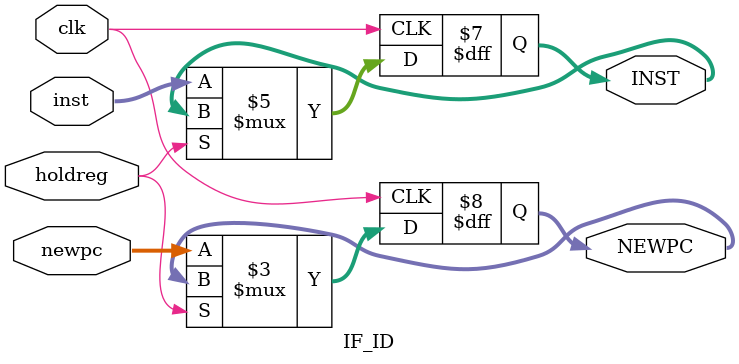
<source format=v>
module IF_ID(holdreg,inst,newpc,INST,NEWPC,clk);
input holdreg;
input [31:0] inst,newpc; //newpc is pc+4 (output of the adder)
input clk;
output reg [31:0] INST,NEWPC;
always @(posedge clk)
begin
if(holdreg==0)
  begin
  INST[31:0]<=inst[31:0];
  NEWPC<=newpc;
  end
end
endmodule

</source>
